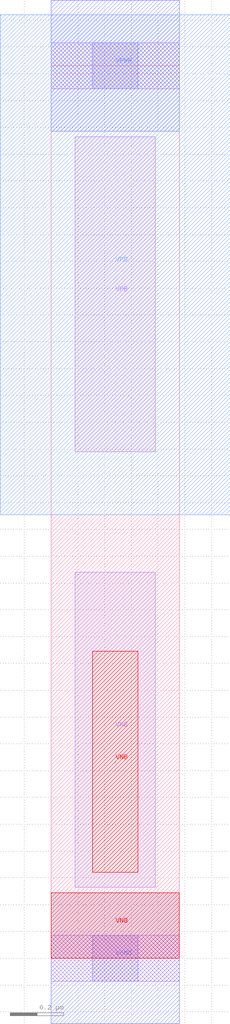
<source format=lef>
# Copyright 2020 The SkyWater PDK Authors
#
# Licensed under the Apache License, Version 2.0 (the "License");
# you may not use this file except in compliance with the License.
# You may obtain a copy of the License at
#
#     https://www.apache.org/licenses/LICENSE-2.0
#
# Unless required by applicable law or agreed to in writing, software
# distributed under the License is distributed on an "AS IS" BASIS,
# WITHOUT WARRANTIES OR CONDITIONS OF ANY KIND, either express or implied.
# See the License for the specific language governing permissions and
# limitations under the License.
#
# SPDX-License-Identifier: Apache-2.0

VERSION 5.7 ;
  NOWIREEXTENSIONATPIN ON ;
  DIVIDERCHAR "/" ;
  BUSBITCHARS "[]" ;
MACRO sky130_fd_sc_lp__tap_1
  CLASS CORE WELLTAP ;
  FOREIGN sky130_fd_sc_lp__tap_1 ;
  ORIGIN  0.000000  0.000000 ;
  SIZE  0.480000 BY  3.330000 ;
  SYMMETRY X Y R90 ;
  SITE unit ;
  PIN VGND
    DIRECTION INOUT ;
    USE GROUND ;
    PORT
      LAYER met1 ;
        RECT 0.000000 -0.245000 0.480000 0.245000 ;
    END
  END VGND
  PIN VNB
    DIRECTION INOUT ;
    USE GROUND ;
    PORT
      LAYER li1 ;
        RECT 0.090000 0.265000 0.390000 1.440000 ;
      LAYER pwell ;
        RECT 0.155000 0.320000 0.325000 1.145000 ;
    END
    PORT
      LAYER pwell ;
        RECT 0.000000 0.000000 0.480000 0.245000 ;
    END
  END VNB
  PIN VPB
    DIRECTION INOUT ;
    USE POWER ;
    PORT
      LAYER li1 ;
        RECT 0.090000 1.890000 0.390000 3.065000 ;
      LAYER nwell ;
        RECT -0.190000 1.655000 0.670000 3.520000 ;
    END
  END VPB
  PIN VPWR
    DIRECTION INOUT ;
    USE POWER ;
    PORT
      LAYER met1 ;
        RECT 0.000000 3.085000 0.480000 3.575000 ;
    END
  END VPWR
  OBS
    LAYER li1 ;
      RECT 0.000000 -0.085000 0.480000 0.085000 ;
      RECT 0.000000  3.245000 0.480000 3.415000 ;
    LAYER mcon ;
      RECT 0.155000 -0.085000 0.325000 0.085000 ;
      RECT 0.155000  3.245000 0.325000 3.415000 ;
  END
END sky130_fd_sc_lp__tap_1
END LIBRARY

</source>
